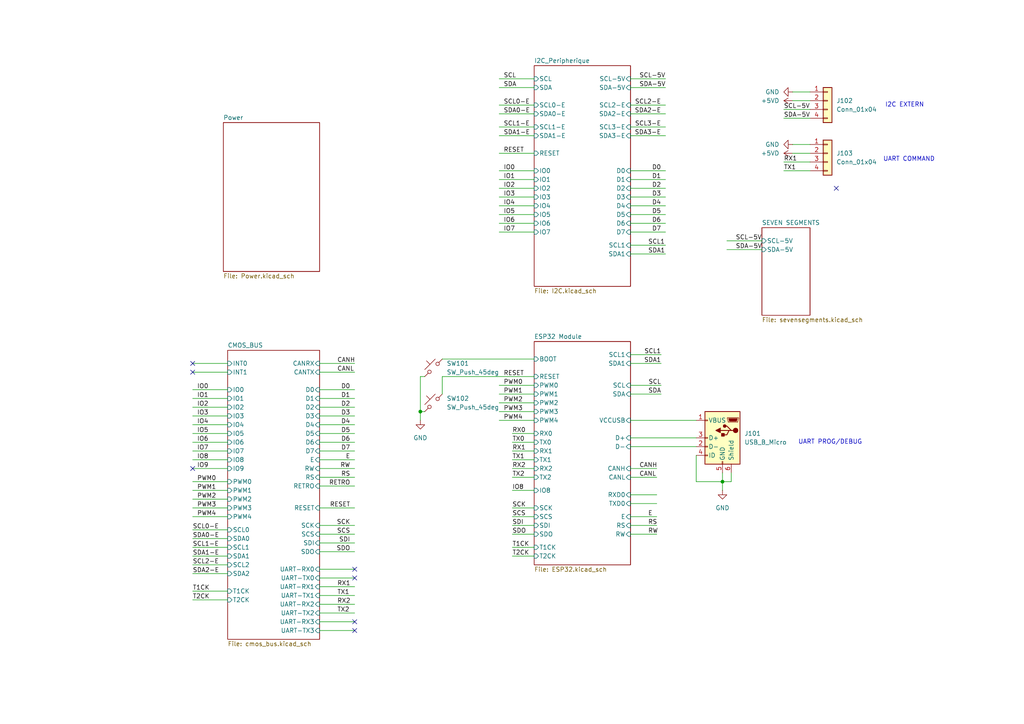
<source format=kicad_sch>
(kicad_sch (version 20250114) (generator "eeschema") (generator_version "9.0")
  (paper "A4")
  (title_block (date "2025-09-17") (rev "V1.0") (company "CMOS-74A"))
  (lib_symbols
    (symbol "Connector:USB_B_Micro" (pin_names (offset 1.016))
      (property "Reference" "J" (at -5.08 11.43 0))
      (property "Value" "USB_B_Micro" (at -5.08 8.89 0))
      (symbol "USB_B_Micro_0_1"
        (rectangle (start -5.08 -7.62) (end 5.08 7.62) (stroke (width 0.254)) (fill (type background)))
        (polyline (pts (xy -4.699 5.842) (xy -4.699 5.588) (xy -4.445 4.826) (xy -4.445 4.572) (xy -1.651 4.572) (xy -1.651 4.826) (xy -1.397 5.588) (xy -1.397 5.842) (xy -4.699 5.842)))
        (polyline (pts (xy -4.318 5.588) (xy -1.778 5.588) (xy -2.032 4.826) (xy -4.064 4.826) (xy -4.318 5.588)) (fill (type outline)))
        (circle (center -3.81 2.159) (radius 0.635) (stroke (width 0.254)) (fill (type outline)))
        (polyline (pts (xy -3.175 2.159) (xy -2.54 2.159) (xy -1.27 3.429) (xy -0.635 3.429)) (stroke (width 0.254)))
        (polyline (pts (xy -2.54 2.159) (xy -1.905 2.159) (xy -1.27 0.889) (xy 0 0.889)) (stroke (width 0.254)))
        (polyline (pts (xy -1.905 2.159) (xy 0.635 2.159)) (stroke (width 0.254)))
        (circle (center -0.635 3.429) (radius 0.381) (stroke (width 0.254)) (fill (type outline)))
        (rectangle (start -0.127 -7.62) (end 0.127 -6.858))
        (rectangle (start 0.254 1.27) (end -0.508 0.508) (stroke (width 0.254)) (fill (type outline)))
        (polyline (pts (xy 0.635 2.794) (xy 0.635 1.524) (xy 1.905 2.159) (xy 0.635 2.794)) (stroke (width 0.254)) (fill (type outline)))
        (rectangle (start 5.08 4.953) (end 4.318 5.207))
        (rectangle (start 5.08 -0.127) (end 4.318 0.127))
        (rectangle (start 5.08 -2.667) (end 4.318 -2.413))
        (rectangle (start 5.08 -5.207) (end 4.318 -4.953))
      )
      (symbol "USB_B_Micro_1_1"
        (pin passive line (at -2.54 -10.16 90) (length 2.54) (name "Shield") (number "6"))
        (pin power_out line (at 0 -10.16 90) (length 2.54) (name "GND") (number "5"))
        (pin power_out line (at 7.62 5.08 180) (length 2.54) (name "VBUS") (number "1"))
        (pin bidirectional line (at 7.62 0 180) (length 2.54) (name "D+") (number "3"))
        (pin bidirectional line (at 7.62 -2.54 180) (length 2.54) (name "D-") (number "2"))
        (pin passive line (at 7.62 -5.08 180) (length 2.54) (name "ID") (number "4"))
      )
    )
    (symbol "Connector_Generic:Conn_01x04" (pin_names (offset 1.016) (hide yes))
      (property "Reference" "J" (at 0 5.08 0))
      (property "Value" "Conn_01x04" (at 0 -7.62 0))
      (symbol "Conn_01x04_1_1"
        (rectangle (start -1.27 3.81) (end 1.27 -6.35) (stroke (width 0.254)) (fill (type background)))
        (rectangle (start -1.27 2.667) (end 0 2.413) (stroke (width 0.1524)))
        (rectangle (start -1.27 0.127) (end 0 -0.127) (stroke (width 0.1524)))
        (rectangle (start -1.27 -2.413) (end 0 -2.667) (stroke (width 0.1524)))
        (rectangle (start -1.27 -4.953) (end 0 -5.207) (stroke (width 0.1524)))
        (pin passive line (at -5.08 2.54 0) (length 3.81) (name "Pin_1") (number "1"))
        (pin passive line (at -5.08 0 0) (length 3.81) (name "Pin_2") (number "2"))
        (pin passive line (at -5.08 -2.54 0) (length 3.81) (name "Pin_3") (number "3"))
        (pin passive line (at -5.08 -5.08 0) (length 3.81) (name "Pin_4") (number "4"))
      )
    )
    (symbol "Switch:SW_Push_45deg" (pin_numbers (hide yes)) (pin_names (offset 1.016) (hide yes))
      (property "Reference" "SW" (at 3.048 1.016 0))
      (property "Value" "SW_Push_45deg" (at 0 -3.81 0))
      (symbol "SW_Push_45deg_0_1"
        (polyline (pts (xy -2.54 2.54) (xy -1.524 1.524) (xy -1.524 1.524)))
        (circle (center -1.1684 1.1684) (radius 0.508))
        (polyline (pts (xy -0.508 2.54) (xy 2.54 -0.508)))
        (polyline (pts (xy 1.016 1.016) (xy 2.032 2.032)))
        (circle (center 1.143 -1.1938) (radius 0.508))
        (polyline (pts (xy 1.524 -1.524) (xy 2.54 -2.54) (xy 2.54 -2.54) (xy 2.54 -2.54)))
        (pin passive line (at -2.54 2.54 0) (length 0) (name "1") (number "1"))
        (pin passive line (at 2.54 -2.54 180) (length 0) (name "2") (number "2"))
      )
    )
    (symbol "power:+5VD" (power) (pin_numbers (hide yes)) (pin_names (offset 0) (hide yes))
      (property "Value" "+5VD" (at 0 3.556 0))
      (symbol "+5VD_0_1"
        (polyline (pts (xy -0.762 1.27) (xy 0 2.54)))
        (polyline (pts (xy 0 2.54) (xy 0.762 1.27)))
        (polyline (pts (xy 0 0) (xy 0 2.54)))
      )
      (symbol "+5VD_1_1"
        (pin power_in line (at 0 0 90) (length 0) (name "~") (number "1"))
      )
    )
    (symbol "power:GND" (power) (pin_numbers (hide yes)) (pin_names (offset 0) (hide yes))
      (property "Value" "GND" (at 0 -3.81 0))
      (symbol "GND_0_1"
        (polyline (pts (xy 0 0) (xy 0 -1.27) (xy 1.27 -1.27) (xy 0 -2.54) (xy -1.27 -1.27) (xy 0 -1.27)))
      )
      (symbol "GND_1_1"
        (pin power_in line (at 0 0 270) (length 0) (name "~") (number "1"))
      )
    )
  )
  (text "UART COMMAND" (at 263.652 46.228 0) (effects (font (size 1.27 1.27))))
  (text "UART PROG/DEBUG" (at 240.792 128.27 0) (effects (font (size 1.27 1.27))))
  (text "I2C EXTERN" (at 262.382 30.48 0) (effects (font (size 1.27 1.27))))
  (junction (at 209.55 139.7))
  (junction (at 121.92 119.38))
  (no_connect (at 102.87 167.64))
  (no_connect (at 102.87 180.34))
  (no_connect (at 55.88 135.89))
  (no_connect (at 102.87 165.1))
  (no_connect (at 242.57 54.61))
  (no_connect (at 55.88 107.95))
  (no_connect (at 102.87 182.88))
  (no_connect (at 55.88 105.41))
  (wire (pts (xy 92.71 157.48) (xy 102.87 157.48)))
  (wire (pts (xy 182.88 62.23) (xy 193.04 62.23)))
  (wire (pts (xy 229.87 26.67) (xy 234.95 26.67)))
  (wire (pts (xy 92.71 130.81) (xy 102.87 130.81)))
  (wire (pts (xy 182.88 114.3) (xy 191.77 114.3)))
  (wire (pts (xy 182.88 143.51) (xy 190.5 143.51)))
  (wire (pts (xy 209.55 139.7) (xy 209.55 142.24)))
  (wire (pts (xy 229.87 41.91) (xy 234.95 41.91)))
  (wire (pts (xy 148.59 125.73) (xy 154.94 125.73)))
  (wire (pts (xy 227.33 34.29) (xy 234.95 34.29)))
  (wire (pts (xy 55.88 120.65) (xy 66.04 120.65)))
  (wire (pts (xy 55.88 135.89) (xy 66.04 135.89)))
  (wire (pts (xy 144.78 49.53) (xy 154.94 49.53)))
  (wire (pts (xy 55.88 118.11) (xy 66.04 118.11)))
  (wire (pts (xy 182.88 102.87) (xy 191.77 102.87)))
  (wire (pts (xy 182.88 135.89) (xy 190.5 135.89)))
  (wire (pts (xy 92.71 177.8) (xy 102.87 177.8)))
  (wire (pts (xy 182.88 73.66) (xy 193.04 73.66)))
  (wire (pts (xy 92.71 135.89) (xy 102.87 135.89)))
  (wire (pts (xy 201.93 132.08) (xy 201.93 139.7)))
  (wire (pts (xy 148.59 135.89) (xy 154.94 135.89)))
  (wire (pts (xy 92.71 115.57) (xy 102.87 115.57)))
  (wire (pts (xy 148.59 138.43) (xy 154.94 138.43)))
  (wire (pts (xy 144.78 33.02) (xy 154.94 33.02)))
  (wire (pts (xy 148.59 147.32) (xy 154.94 147.32)))
  (wire (pts (xy 128.27 109.22) (xy 128.27 114.3)))
  (wire (pts (xy 144.78 22.86) (xy 154.94 22.86)))
  (wire (pts (xy 148.59 161.29) (xy 154.94 161.29)))
  (wire (pts (xy 182.88 105.41) (xy 191.77 105.41)))
  (wire (pts (xy 144.78 54.61) (xy 154.94 54.61)))
  (wire (pts (xy 144.78 25.4) (xy 154.94 25.4)))
  (wire (pts (xy 144.78 36.83) (xy 154.94 36.83)))
  (wire (pts (xy 144.78 59.69) (xy 154.94 59.69)))
  (wire (pts (xy 121.92 119.38) (xy 121.92 121.92)))
  (wire (pts (xy 182.88 152.4) (xy 190.5 152.4)))
  (wire (pts (xy 144.78 52.07) (xy 154.94 52.07)))
  (wire (pts (xy 55.88 144.78) (xy 66.04 144.78)))
  (wire (pts (xy 148.59 130.81) (xy 154.94 130.81)))
  (wire (pts (xy 144.78 119.38) (xy 154.94 119.38)))
  (wire (pts (xy 227.33 46.99) (xy 234.95 46.99)))
  (wire (pts (xy 182.88 36.83) (xy 193.04 36.83)))
  (wire (pts (xy 55.88 158.75) (xy 66.04 158.75)))
  (wire (pts (xy 55.88 133.35) (xy 66.04 133.35)))
  (wire (pts (xy 55.88 128.27) (xy 66.04 128.27)))
  (wire (pts (xy 92.71 152.4) (xy 102.87 152.4)))
  (wire (pts (xy 121.92 109.22) (xy 121.92 119.38)))
  (wire (pts (xy 210.82 69.85) (xy 220.98 69.85)))
  (wire (pts (xy 55.88 173.99) (xy 66.04 173.99)))
  (wire (pts (xy 144.78 39.37) (xy 154.94 39.37)))
  (wire (pts (xy 92.71 138.43) (xy 102.87 138.43)))
  (wire (pts (xy 55.88 171.45) (xy 66.04 171.45)))
  (wire (pts (xy 182.88 39.37) (xy 193.04 39.37)))
  (wire (pts (xy 144.78 64.77) (xy 154.94 64.77)))
  (wire (pts (xy 55.88 142.24) (xy 66.04 142.24)))
  (wire (pts (xy 55.88 105.41) (xy 66.04 105.41)))
  (wire (pts (xy 182.88 71.12) (xy 193.04 71.12)))
  (wire (pts (xy 182.88 49.53) (xy 193.04 49.53)))
  (wire (pts (xy 201.93 139.7) (xy 209.55 139.7)))
  (wire (pts (xy 182.88 57.15) (xy 193.04 57.15)))
  (wire (pts (xy 55.88 163.83) (xy 66.04 163.83)))
  (wire (pts (xy 55.88 161.29) (xy 66.04 161.29)))
  (wire (pts (xy 182.88 121.92) (xy 201.93 121.92)))
  (wire (pts (xy 55.88 130.81) (xy 66.04 130.81)))
  (wire (pts (xy 55.88 107.95) (xy 66.04 107.95)))
  (wire (pts (xy 182.88 64.77) (xy 193.04 64.77)))
  (wire (pts (xy 212.09 139.7) (xy 212.09 137.16)))
  (wire (pts (xy 182.88 127) (xy 201.93 127)))
  (wire (pts (xy 92.71 172.72) (xy 102.87 172.72)))
  (wire (pts (xy 182.88 129.54) (xy 201.93 129.54)))
  (wire (pts (xy 92.71 118.11) (xy 102.87 118.11)))
  (wire (pts (xy 229.87 29.21) (xy 234.95 29.21)))
  (wire (pts (xy 182.88 52.07) (xy 193.04 52.07)))
  (wire (pts (xy 92.71 175.26) (xy 102.87 175.26)))
  (wire (pts (xy 55.88 153.67) (xy 66.04 153.67)))
  (wire (pts (xy 92.71 165.1) (xy 102.87 165.1)))
  (wire (pts (xy 92.71 160.02) (xy 102.87 160.02)))
  (wire (pts (xy 182.88 149.86) (xy 190.5 149.86)))
  (wire (pts (xy 144.78 67.31) (xy 154.94 67.31)))
  (wire (pts (xy 92.71 113.03) (xy 102.87 113.03)))
  (wire (pts (xy 92.71 154.94) (xy 102.87 154.94)))
  (wire (pts (xy 229.87 44.45) (xy 234.95 44.45)))
  (wire (pts (xy 144.78 57.15) (xy 154.94 57.15)))
  (wire (pts (xy 144.78 44.45) (xy 154.94 44.45)))
  (wire (pts (xy 227.33 31.75) (xy 234.95 31.75)))
  (wire (pts (xy 92.71 182.88) (xy 102.87 182.88)))
  (wire (pts (xy 182.88 138.43) (xy 190.5 138.43)))
  (wire (pts (xy 92.71 133.35) (xy 102.87 133.35)))
  (wire (pts (xy 92.71 128.27) (xy 102.87 128.27)))
  (wire (pts (xy 92.71 140.97) (xy 102.87 140.97)))
  (wire (pts (xy 55.88 125.73) (xy 66.04 125.73)))
  (wire (pts (xy 144.78 30.48) (xy 154.94 30.48)))
  (wire (pts (xy 182.88 25.4) (xy 193.04 25.4)))
  (wire (pts (xy 148.59 142.24) (xy 154.94 142.24)))
  (wire (pts (xy 148.59 152.4) (xy 154.94 152.4)))
  (wire (pts (xy 55.88 166.37) (xy 66.04 166.37)))
  (wire (pts (xy 148.59 158.75) (xy 154.94 158.75)))
  (wire (pts (xy 92.71 147.32) (xy 102.87 147.32)))
  (wire (pts (xy 92.71 170.18) (xy 102.87 170.18)))
  (wire (pts (xy 92.71 125.73) (xy 102.87 125.73)))
  (wire (pts (xy 154.94 109.22) (xy 128.27 109.22)))
  (wire (pts (xy 92.71 107.95) (xy 102.87 107.95)))
  (wire (pts (xy 55.88 139.7) (xy 66.04 139.7)))
  (wire (pts (xy 144.78 114.3) (xy 154.94 114.3)))
  (wire (pts (xy 182.88 111.76) (xy 191.77 111.76)))
  (wire (pts (xy 148.59 128.27) (xy 154.94 128.27)))
  (wire (pts (xy 148.59 133.35) (xy 154.94 133.35)))
  (wire (pts (xy 55.88 156.21) (xy 66.04 156.21)))
  (wire (pts (xy 92.71 180.34) (xy 102.87 180.34)))
  (wire (pts (xy 92.71 123.19) (xy 102.87 123.19)))
  (wire (pts (xy 182.88 154.94) (xy 190.5 154.94)))
  (wire (pts (xy 55.88 147.32) (xy 66.04 147.32)))
  (wire (pts (xy 92.71 105.41) (xy 102.87 105.41)))
  (wire (pts (xy 144.78 111.76) (xy 154.94 111.76)))
  (wire (pts (xy 182.88 59.69) (xy 193.04 59.69)))
  (wire (pts (xy 148.59 154.94) (xy 154.94 154.94)))
  (wire (pts (xy 144.78 116.84) (xy 154.94 116.84)))
  (wire (pts (xy 182.88 33.02) (xy 193.04 33.02)))
  (wire (pts (xy 55.88 115.57) (xy 66.04 115.57)))
  (wire (pts (xy 128.27 104.14) (xy 154.94 104.14)))
  (wire (pts (xy 144.78 121.92) (xy 154.94 121.92)))
  (wire (pts (xy 92.71 120.65) (xy 102.87 120.65)))
  (wire (pts (xy 209.55 139.7) (xy 212.09 139.7)))
  (wire (pts (xy 182.88 146.05) (xy 190.5 146.05)))
  (wire (pts (xy 55.88 149.86) (xy 66.04 149.86)))
  (wire (pts (xy 182.88 30.48) (xy 193.04 30.48)))
  (wire (pts (xy 227.33 49.53) (xy 234.95 49.53)))
  (wire (pts (xy 92.71 167.64) (xy 102.87 167.64)))
  (wire (pts (xy 123.19 109.22) (xy 121.92 109.22)))
  (wire (pts (xy 182.88 67.31) (xy 193.04 67.31)))
  (wire (pts (xy 182.88 54.61) (xy 193.04 54.61)))
  (wire (pts (xy 55.88 123.19) (xy 66.04 123.19)))
  (wire (pts (xy 121.92 119.38) (xy 123.19 119.38)))
  (wire (pts (xy 144.78 62.23) (xy 154.94 62.23)))
  (wire (pts (xy 55.88 113.03) (xy 66.04 113.03)))
  (wire (pts (xy 209.55 137.16) (xy 209.55 139.7)))
  (wire (pts (xy 182.88 22.86) (xy 193.04 22.86)))
  (wire (pts (xy 148.59 149.86) (xy 154.94 149.86)))
  (wire (pts (xy 210.82 72.39) (xy 220.98 72.39)))
  (label "SCL" (at 191.77 111.76 180))
  (label "D5" (at 191.77 62.23 180))
  (label "CANH" (at 97.79 105.41 0))
  (label "IO7" (at 146.05 67.31 0))
  (label "TX2" (at 148.59 138.43 0))
  (label "D2" (at 191.77 54.61 180))
  (label "PWM4" (at 146.05 121.92 0))
  (label "SCL3-E" (at 191.77 36.83 180))
  (label "IO6" (at 146.05 64.77 0))
  (label "RX0" (at 148.59 125.73 0))
  (label "D3" (at 191.77 57.15 180))
  (label "SDO" (at 148.59 154.94 0))
  (label "E" (at 101.6 133.35 180))
  (label "SDA0-E" (at 146.05 33.02 0))
  (label "D4" (at 101.6 123.19 180))
  (label "IO3" (at 146.05 57.15 0))
  (label "IO4" (at 57.15 123.19 0))
  (label "SDA3-E" (at 191.77 39.37 180))
  (label "SCL-5V" (at 185.42 22.86 0))
  (label "T2CK" (at 148.59 161.29 0))
  (label "SDO" (at 101.6 160.02 180))
  (label "IO1" (at 57.15 115.57 0))
  (label "D4" (at 191.77 59.69 180))
  (label "RX1" (at 148.59 130.81 0))
  (label "SCL2-E" (at 191.77 30.48 180))
  (label "SDA1-E" (at 146.05 39.37 0))
  (label "SDA" (at 146.05 25.4 0))
  (label "CANH" (at 185.42 135.89 0))
  (label "SDA1" (at 191.77 105.41 180))
  (label "D1" (at 191.77 52.07 180))
  (label "D0" (at 101.6 113.03 180))
  (label "SDA2-E" (at 191.77 33.02 180))
  (label "PWM0" (at 146.05 111.76 0))
  (label "T1CK" (at 55.88 171.45 0))
  (label "IO1" (at 146.05 52.07 0))
  (label "CANL" (at 185.42 138.43 0))
  (label "IO8" (at 148.59 142.24 0))
  (label "RX2" (at 97.79 175.26 0))
  (label "IO6" (at 57.15 128.27 0))
  (label "D3" (at 101.6 120.65 180))
  (label "SDA0-E" (at 55.88 156.21 0))
  (label "SCL0-E" (at 55.88 153.67 0))
  (label "RX1" (at 227.33 46.99 0))
  (label "IO2" (at 146.05 54.61 0))
  (label "IO9" (at 57.15 135.89 0))
  (label "SDA1-E" (at 55.88 161.29 0))
  (label "PWM3" (at 146.05 119.38 0))
  (label "SCL2-E" (at 55.88 163.83 0))
  (label "IO8" (at 57.15 133.35 0))
  (label "SCL0-E" (at 146.05 30.48 0))
  (label "T2CK" (at 55.88 173.99 0))
  (label "SCL-5V" (at 227.33 31.75 0))
  (label "D7" (at 191.77 67.31 180))
  (label "SCL-5V" (at 213.36 69.85 0))
  (label "IO0" (at 146.05 49.53 0))
  (label "SDI" (at 148.59 152.4 0))
  (label "PWM2" (at 57.15 144.78 0))
  (label "D6" (at 191.77 64.77 180))
  (label "T1CK" (at 148.59 158.75 0))
  (label "SCL1-E" (at 146.05 36.83 0))
  (label "TX1" (at 227.33 49.53 0))
  (label "TX0" (at 148.59 128.27 0))
  (label "IO0" (at 57.15 113.03 0))
  (label "PWM1" (at 146.05 114.3 0))
  (label "PWM3" (at 57.15 147.32 0))
  (label "RS" (at 187.96 152.4 0))
  (label "SCK" (at 148.59 147.32 0))
  (label "SCL1" (at 187.96 71.12 0))
  (label "RS" (at 101.6 138.43 180))
  (label "IO5" (at 146.05 62.23 0))
  (label "PWM4" (at 57.15 149.86 0))
  (label "PWM0" (at 57.15 139.7 0))
  (label "RESET" (at 146.05 109.22 0))
  (label "RESET" (at 146.05 44.45 0))
  (label "SCK" (at 101.6 152.4 180))
  (label "RW" (at 101.6 135.89 180))
  (label "RESET" (at 101.6 147.32 180))
  (label "SDA1" (at 187.96 73.66 0))
  (label "TX1" (at 148.59 133.35 0))
  (label "RX2" (at 148.59 135.89 0))
  (label "IO7" (at 57.15 130.81 0))
  (label "TX2" (at 97.79 177.8 0))
  (label "SDA2-E" (at 55.88 166.37 0))
  (label "SDA-5V" (at 185.42 25.4 0))
  (label "PWM2" (at 146.05 116.84 0))
  (label "SCS" (at 101.6 154.94 180))
  (label "RW" (at 187.96 154.94 0))
  (label "D6" (at 101.6 128.27 180))
  (label "D5" (at 101.6 125.73 180))
  (label "SDI" (at 101.6 157.48 180))
  (label "IO2" (at 57.15 118.11 0))
  (label "SCS" (at 148.59 149.86 0))
  (label "SDA-5V" (at 227.33 34.29 0))
  (label "TX1" (at 97.79 172.72 0))
  (label "IO3" (at 57.15 120.65 0))
  (label "PWM1" (at 57.15 142.24 0))
  (label "SDA-5V" (at 213.36 72.39 0))
  (label "SCL1" (at 191.77 102.87 180))
  (label "CANL" (at 97.79 107.95 0))
  (label "SDA" (at 191.77 114.3 180))
  (label "SCL1-E" (at 55.88 158.75 0))
  (label "RX1" (at 97.79 170.18 0))
  (label "IO4" (at 146.05 59.69 0))
  (label "RETRO" (at 101.6 140.97 180))
  (label "IO5" (at 57.15 125.73 0))
  (label "E" (at 187.96 149.86 0))
  (label "D2" (at 101.6 118.11 180))
  (label "D0" (at 191.77 49.53 180))
  (label "D7" (at 101.6 130.81 180))
  (label "SCL" (at 146.05 22.86 0))
  (label "D1" (at 101.6 115.57 180))
  (symbol (lib_id "Connector_Generic:Conn_01x04") (at 240.03 29.21 0) (unit 1)
    (property "Reference" "J102" (at 242.57 29.2099 0) (effects (justify left)))
    (property "Value" "Conn_01x04" (at 242.57 31.7499 0) (effects (justify left)))
    (property "Footprint" "Connector_JST:JST_GH_SM04B-GHS-TB_1x04-1MP_P1.25mm_Horizontal" (effects (hide yes)))
    (property "Description" "Generic connector, single row, 01x04, script generated (kicad-library-utils/schlib/autogen/connector/)" (effects (hide yes)))
  )
  (symbol (lib_id "power:GND") (at 121.92 121.92 0) (unit 1)
    (property "Reference" "#PWR0104" (effects (hide yes)))
    (property "Value" "GND" (at 121.92 127 0))
    (property "Description" "Power symbol creates a global label with name \"GND\" , ground" (effects (hide yes)))
  )
  (symbol (lib_id "Connector:USB_B_Micro") (at 209.55 127 0) (mirror y) (unit 1)
    (property "Reference" "J101" (at 215.9 125.7299 0) (effects (justify right)))
    (property "Value" "USB_B_Micro" (at 215.9 128.2699 0) (effects (justify right)))
    (property "Footprint" "Connector_USB:USB_Micro-B_Amphenol_10118194-0001LF_Horizontal" (effects (hide yes)))
    (property "Description" "USB Micro Type B connector" (effects (hide yes)))
  )
  (symbol (lib_id "power:+5VD") (at 229.87 29.21 90) (unit 1)
    (property "Reference" "#PWR0102" (effects (hide yes)))
    (property "Value" "+5VD" (at 226.06 29.2099 90) (effects (justify left)))
    (property "Description" "Power symbol creates a global label with name \"+5VD\"" (effects (hide yes)))
  )
  (symbol (lib_id "Switch:SW_Push_45deg") (at 125.73 116.84 90) (unit 1)
    (property "Reference" "SW102" (at 129.54 115.5699 90) (effects (justify right)))
    (property "Value" "SW_Push_45deg" (at 129.54 118.1099 90) (effects (justify right)))
    (property "Footprint" "Button_Switch_THT:SW_Tactile_SKHH_Angled" (effects (hide yes)))
    (property "Description" "Push button switch, normally open, two pins, 45° tilted" (effects (hide yes)))
  )
  (symbol (lib_id "Switch:SW_Push_45deg") (at 125.73 106.68 90) (unit 1)
    (property "Reference" "SW101" (at 129.54 105.4099 90) (effects (justify right)))
    (property "Value" "SW_Push_45deg" (at 129.54 107.9499 90) (effects (justify right)))
    (property "Footprint" "Button_Switch_SMD:SW_SPST_CK_RS282G05A3" (effects (hide yes)))
    (property "Description" "Push button switch, normally open, two pins, 45° tilted" (effects (hide yes)))
  )
  (symbol (lib_id "power:GND") (at 209.55 142.24 0) (unit 1)
    (property "Reference" "#PWR0103" (effects (hide yes)))
    (property "Value" "GND" (at 209.55 147.32 0))
    (property "Description" "Power symbol creates a global label with name \"GND\" , ground" (effects (hide yes)))
  )
  (symbol (lib_id "power:+5VD") (at 229.87 44.45 90) (unit 1)
    (property "Reference" "#PWR0125" (effects (hide yes)))
    (property "Value" "+5VD" (at 226.06 44.4499 90) (effects (justify left)))
    (property "Description" "Power symbol creates a global label with name \"+5VD\"" (effects (hide yes)))
  )
  (symbol (lib_id "power:GND") (at 229.87 41.91 270) (unit 1)
    (property "Reference" "#PWR0124" (effects (hide yes)))
    (property "Value" "GND" (at 226.06 41.9099 90) (effects (justify right)))
    (property "Description" "Power symbol creates a global label with name \"GND\" , ground" (effects (hide yes)))
  )
  (symbol (lib_id "Connector_Generic:Conn_01x04") (at 240.03 44.45 0) (unit 1)
    (property "Reference" "J103" (at 242.57 44.4499 0) (effects (justify left)))
    (property "Value" "Conn_01x04" (at 242.57 46.9899 0) (effects (justify left)))
    (property "Footprint" "Connector_JST:JST_GH_SM04B-GHS-TB_1x04-1MP_P1.25mm_Horizontal" (effects (hide yes)))
    (property "Description" "Generic connector, single row, 01x04, script generated (kicad-library-utils/schlib/autogen/connector/)" (effects (hide yes)))
  )
  (symbol (lib_id "power:GND") (at 229.87 26.67 270) (unit 1)
    (property "Reference" "#PWR0101" (effects (hide yes)))
    (property "Value" "GND" (at 226.06 26.6699 90) (effects (justify right)))
    (property "Description" "Power symbol creates a global label with name \"GND\" , ground" (effects (hide yes)))
  )
  (sheet (at 154.94 99.06) (size 27.94 64.77) (stroke (width 0.1524))
    (property "Sheetname" "ESP32 Module" (at 154.94 98.3484 0) (effects (justify left bottom)))
    (property "Sheetfile" "ESP32.kicad_sch" (at 154.94 164.4146 0) (effects (justify left top)))
    (pin "BOOT" input (at 154.94 104.14 180))
    (pin "RESET" input (at 154.94 109.22 180))
    (pin "RX0" input (at 154.94 125.73 180))
    (pin "SCL" input (at 182.88 111.76 0))
    (pin "SDA" input (at 182.88 114.3 0))
    (pin "TX0" input (at 154.94 128.27 180))
    (pin "D+" input (at 182.88 127 0))
    (pin "D-" input (at 182.88 129.54 0))
    (pin "VCCUSB" input (at 182.88 121.92 0))
    (pin "CANH" input (at 182.88 135.89 0))
    (pin "CANL" input (at 182.88 138.43 0))
    (pin "RXD0" input (at 182.88 143.51 0))
    (pin "SCK" input (at 154.94 147.32 180))
    (pin "SCS" input (at 154.94 149.86 180))
    (pin "SDI" input (at 154.94 152.4 180))
    (pin "SDO" input (at 154.94 154.94 180))
    (pin "TXD0" input (at 182.88 146.05 0))
    (pin "RX1" input (at 154.94 130.81 180))
    (pin "RX2" input (at 154.94 135.89 180))
    (pin "SCL1" input (at 182.88 102.87 0))
    (pin "SDA1" input (at 182.88 105.41 0))
    (pin "TX1" input (at 154.94 133.35 180))
    (pin "TX2" input (at 154.94 138.43 180))
    (pin "PWM0" input (at 154.94 111.76 180))
    (pin "PWM1" input (at 154.94 114.3 180))
    (pin "PWM2" input (at 154.94 116.84 180))
    (pin "PWM3" input (at 154.94 119.38 180))
    (pin "PWM4" input (at 154.94 121.92 180))
    (pin "E" input (at 182.88 149.86 0))
    (pin "IO8" input (at 154.94 142.24 180))
    (pin "RS" input (at 182.88 152.4 0))
    (pin "RW" input (at 182.88 154.94 0))
    (pin "T1CK" input (at 154.94 158.75 180))
    (pin "T2CK" input (at 154.94 161.29 180))
  )
  (sheet (at 220.98 66.04) (size 13.97 25.4) (stroke (width 0.1524))
    (property "Sheetname" "SEVEN SEGMENTS" (at 220.98 65.3284 0) (effects (justify left bottom)))
    (property "Sheetfile" "sevensegments.kicad_sch" (at 220.98 92.0246 0) (effects (justify left top)))
    (pin "SCL-5V" input (at 220.98 69.85 180))
    (pin "SDA-5V" input (at 220.98 72.39 180))
  )
  (sheet (at 64.77 35.56) (size 27.94 43.18) (stroke (width 0.1524))
    (property "Sheetname" "Power" (at 64.77 34.8484 0) (effects (justify left bottom)))
    (property "Sheetfile" "Power.kicad_sch" (at 64.77 79.3246 0) (effects (justify left top)))
  )
  (sheet (at 66.04 101.6) (size 26.67 83.82) (stroke (width 0.1524))
    (property "Sheetname" "CMOS_BUS" (at 66.04 100.8884 0) (effects (justify left bottom)))
    (property "Sheetfile" "cmos_bus.kicad_sch" (at 66.04 186.0046 0) (effects (justify left top)))
    (pin "CANRX" input (at 92.71 105.41 0))
    (pin "CANTX" input (at 92.71 107.95 0))
    (pin "D0" input (at 92.71 113.03 0))
    (pin "D1" input (at 92.71 115.57 0))
    (pin "D2" input (at 92.71 118.11 0))
    (pin "D3" input (at 92.71 120.65 0))
    (pin "D4" input (at 92.71 123.19 0))
    (pin "D5" input (at 92.71 125.73 0))
    (pin "D6" input (at 92.71 128.27 0))
    (pin "D7" input (at 92.71 130.81 0))
    (pin "E" input (at 92.71 133.35 0))
    (pin "INT0" input (at 66.04 105.41 180))
    (pin "INT1" input (at 66.04 107.95 180))
    (pin "IO0" input (at 66.04 113.03 180))
    (pin "IO1" input (at 66.04 115.57 180))
    (pin "IO2" input (at 66.04 118.11 180))
    (pin "IO3" input (at 66.04 120.65 180))
    (pin "IO4" input (at 66.04 123.19 180))
    (pin "IO5" input (at 66.04 125.73 180))
    (pin "IO6" input (at 66.04 128.27 180))
    (pin "IO7" input (at 66.04 130.81 180))
    (pin "IO8" input (at 66.04 133.35 180))
    (pin "IO9" input (at 66.04 135.89 180))
    (pin "PWM0" input (at 66.04 139.7 180))
    (pin "PWM1" input (at 66.04 142.24 180))
    (pin "PWM2" input (at 66.04 144.78 180))
    (pin "PWM3" input (at 66.04 147.32 180))
    (pin "PWM4" input (at 66.04 149.86 180))
    (pin "RETRO" input (at 92.71 140.97 0))
    (pin "RS" input (at 92.71 138.43 0))
    (pin "RW" input (at 92.71 135.89 0))
    (pin "SCK" input (at 92.71 152.4 0))
    (pin "SCL0" input (at 66.04 153.67 180))
    (pin "SCL1" input (at 66.04 158.75 180))
    (pin "SCL2" input (at 66.04 163.83 180))
    (pin "SCS" input (at 92.71 154.94 0))
    (pin "SDA0" input (at 66.04 156.21 180))
    (pin "SDA1" input (at 66.04 161.29 180))
    (pin "SDA2" input (at 66.04 166.37 180))
    (pin "SDI" input (at 92.71 157.48 0))
    (pin "SDO" input (at 92.71 160.02 0))
    (pin "T1CK" input (at 66.04 171.45 180))
    (pin "T2CK" input (at 66.04 173.99 180))
    (pin "UART-RX0" input (at 92.71 165.1 0))
    (pin "UART-RX1" input (at 92.71 170.18 0))
    (pin "UART-RX2" input (at 92.71 175.26 0))
    (pin "UART-RX3" input (at 92.71 180.34 0))
    (pin "UART-TX0" input (at 92.71 167.64 0))
    (pin "UART-TX1" input (at 92.71 172.72 0))
    (pin "UART-TX2" input (at 92.71 177.8 0))
    (pin "UART-TX3" input (at 92.71 182.88 0))
    (pin "RESET" input (at 92.71 147.32 0))
  )
  (sheet (at 154.94 19.05) (size 27.94 64.008) (stroke (width 0.1524))
    (property "Sheetname" "I2C_Peripherique" (at 154.94 18.3384 0) (effects (justify left bottom)))
    (property "Sheetfile" "I2C.kicad_sch" (at 154.94 83.6426 0) (effects (justify left top)))
    (pin "SCL-5V" input (at 182.88 22.86 0))
    (pin "SDA-5V" input (at 182.88 25.4 0))
    (pin "D0" input (at 182.88 49.53 0))
    (pin "D1" input (at 182.88 52.07 0))
    (pin "D2" input (at 182.88 54.61 0))
    (pin "D3" input (at 182.88 57.15 0))
    (pin "D4" input (at 182.88 59.69 0))
    (pin "D5" input (at 182.88 62.23 0))
    (pin "D6" input (at 182.88 64.77 0))
    (pin "D7" input (at 182.88 67.31 0))
    (pin "IO0" input (at 154.94 49.53 180))
    (pin "IO1" input (at 154.94 52.07 180))
    (pin "IO2" input (at 154.94 54.61 180))
    (pin "IO3" input (at 154.94 57.15 180))
    (pin "IO4" input (at 154.94 59.69 180))
    (pin "IO5" input (at 154.94 62.23 180))
    (pin "IO6" input (at 154.94 64.77 180))
    (pin "IO7" input (at 154.94 67.31 180))
    (pin "SCL" input (at 154.94 22.86 180))
    (pin "SDA" input (at 154.94 25.4 180))
    (pin "RESET" input (at 154.94 44.45 180))
    (pin "SCL1-E" input (at 154.94 36.83 180))
    (pin "SCL2-E" input (at 182.88 30.48 0))
    (pin "SCL3-E" input (at 182.88 36.83 0))
    (pin "SDA1-E" input (at 154.94 39.37 180))
    (pin "SDA2-E" input (at 182.88 33.02 0))
    (pin "SDA3-E" input (at 182.88 39.37 0))
    (pin "SDA0-E" input (at 154.94 33.02 180))
    (pin "SCL0-E" input (at 154.94 30.48 180))
    (pin "SCL1" input (at 182.88 71.12 0))
    (pin "SDA1" input (at 182.88 73.66 0))
  )
)
</source>
